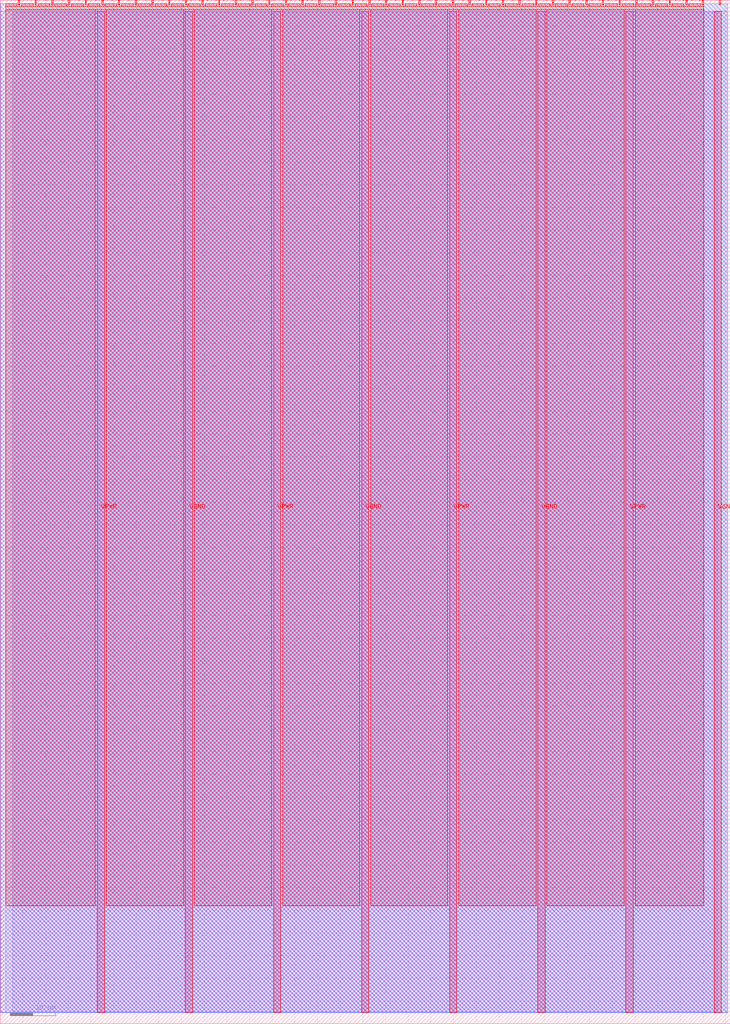
<source format=lef>
VERSION 5.7 ;
  NOWIREEXTENSIONATPIN ON ;
  DIVIDERCHAR "/" ;
  BUSBITCHARS "[]" ;
MACRO tt_um_spacecat_chan_john_pong_the_second
  CLASS BLOCK ;
  FOREIGN tt_um_spacecat_chan_john_pong_the_second ;
  ORIGIN 0.000 0.000 ;
  SIZE 161.000 BY 225.760 ;
  PIN VGND
    DIRECTION INOUT ;
    USE GROUND ;
    PORT
      LAYER met4 ;
        RECT 40.830 2.480 42.430 223.280 ;
    END
    PORT
      LAYER met4 ;
        RECT 79.700 2.480 81.300 223.280 ;
    END
    PORT
      LAYER met4 ;
        RECT 118.570 2.480 120.170 223.280 ;
    END
    PORT
      LAYER met4 ;
        RECT 157.440 2.480 159.040 223.280 ;
    END
  END VGND
  PIN VPWR
    DIRECTION INOUT ;
    USE POWER ;
    PORT
      LAYER met4 ;
        RECT 21.395 2.480 22.995 223.280 ;
    END
    PORT
      LAYER met4 ;
        RECT 60.265 2.480 61.865 223.280 ;
    END
    PORT
      LAYER met4 ;
        RECT 99.135 2.480 100.735 223.280 ;
    END
    PORT
      LAYER met4 ;
        RECT 138.005 2.480 139.605 223.280 ;
    END
  END VPWR
  PIN clk
    DIRECTION INPUT ;
    USE SIGNAL ;
    ANTENNAGATEAREA 0.852000 ;
    PORT
      LAYER met4 ;
        RECT 154.870 224.760 155.170 225.760 ;
    END
  END clk
  PIN ena
    DIRECTION INPUT ;
    USE SIGNAL ;
    PORT
      LAYER met4 ;
        RECT 158.550 224.760 158.850 225.760 ;
    END
  END ena
  PIN rst_n
    DIRECTION INPUT ;
    USE SIGNAL ;
    ANTENNAGATEAREA 0.196500 ;
    PORT
      LAYER met4 ;
        RECT 151.190 224.760 151.490 225.760 ;
    END
  END rst_n
  PIN ui_in[0]
    DIRECTION INPUT ;
    USE SIGNAL ;
    ANTENNAGATEAREA 0.213000 ;
    PORT
      LAYER met4 ;
        RECT 147.510 224.760 147.810 225.760 ;
    END
  END ui_in[0]
  PIN ui_in[1]
    DIRECTION INPUT ;
    USE SIGNAL ;
    ANTENNAGATEAREA 0.213000 ;
    PORT
      LAYER met4 ;
        RECT 143.830 224.760 144.130 225.760 ;
    END
  END ui_in[1]
  PIN ui_in[2]
    DIRECTION INPUT ;
    USE SIGNAL ;
    ANTENNAGATEAREA 0.159000 ;
    PORT
      LAYER met4 ;
        RECT 140.150 224.760 140.450 225.760 ;
    END
  END ui_in[2]
  PIN ui_in[3]
    DIRECTION INPUT ;
    USE SIGNAL ;
    ANTENNAGATEAREA 0.159000 ;
    PORT
      LAYER met4 ;
        RECT 136.470 224.760 136.770 225.760 ;
    END
  END ui_in[3]
  PIN ui_in[4]
    DIRECTION INPUT ;
    USE SIGNAL ;
    ANTENNAGATEAREA 0.213000 ;
    PORT
      LAYER met4 ;
        RECT 132.790 224.760 133.090 225.760 ;
    END
  END ui_in[4]
  PIN ui_in[5]
    DIRECTION INPUT ;
    USE SIGNAL ;
    PORT
      LAYER met4 ;
        RECT 129.110 224.760 129.410 225.760 ;
    END
  END ui_in[5]
  PIN ui_in[6]
    DIRECTION INPUT ;
    USE SIGNAL ;
    PORT
      LAYER met4 ;
        RECT 125.430 224.760 125.730 225.760 ;
    END
  END ui_in[6]
  PIN ui_in[7]
    DIRECTION INPUT ;
    USE SIGNAL ;
    PORT
      LAYER met4 ;
        RECT 121.750 224.760 122.050 225.760 ;
    END
  END ui_in[7]
  PIN uio_in[0]
    DIRECTION INPUT ;
    USE SIGNAL ;
    PORT
      LAYER met4 ;
        RECT 118.070 224.760 118.370 225.760 ;
    END
  END uio_in[0]
  PIN uio_in[1]
    DIRECTION INPUT ;
    USE SIGNAL ;
    PORT
      LAYER met4 ;
        RECT 114.390 224.760 114.690 225.760 ;
    END
  END uio_in[1]
  PIN uio_in[2]
    DIRECTION INPUT ;
    USE SIGNAL ;
    PORT
      LAYER met4 ;
        RECT 110.710 224.760 111.010 225.760 ;
    END
  END uio_in[2]
  PIN uio_in[3]
    DIRECTION INPUT ;
    USE SIGNAL ;
    PORT
      LAYER met4 ;
        RECT 107.030 224.760 107.330 225.760 ;
    END
  END uio_in[3]
  PIN uio_in[4]
    DIRECTION INPUT ;
    USE SIGNAL ;
    PORT
      LAYER met4 ;
        RECT 103.350 224.760 103.650 225.760 ;
    END
  END uio_in[4]
  PIN uio_in[5]
    DIRECTION INPUT ;
    USE SIGNAL ;
    PORT
      LAYER met4 ;
        RECT 99.670 224.760 99.970 225.760 ;
    END
  END uio_in[5]
  PIN uio_in[6]
    DIRECTION INPUT ;
    USE SIGNAL ;
    PORT
      LAYER met4 ;
        RECT 95.990 224.760 96.290 225.760 ;
    END
  END uio_in[6]
  PIN uio_in[7]
    DIRECTION INPUT ;
    USE SIGNAL ;
    PORT
      LAYER met4 ;
        RECT 92.310 224.760 92.610 225.760 ;
    END
  END uio_in[7]
  PIN uio_oe[0]
    DIRECTION OUTPUT TRISTATE ;
    USE SIGNAL ;
    PORT
      LAYER met4 ;
        RECT 29.750 224.760 30.050 225.760 ;
    END
  END uio_oe[0]
  PIN uio_oe[1]
    DIRECTION OUTPUT TRISTATE ;
    USE SIGNAL ;
    PORT
      LAYER met4 ;
        RECT 26.070 224.760 26.370 225.760 ;
    END
  END uio_oe[1]
  PIN uio_oe[2]
    DIRECTION OUTPUT TRISTATE ;
    USE SIGNAL ;
    PORT
      LAYER met4 ;
        RECT 22.390 224.760 22.690 225.760 ;
    END
  END uio_oe[2]
  PIN uio_oe[3]
    DIRECTION OUTPUT TRISTATE ;
    USE SIGNAL ;
    PORT
      LAYER met4 ;
        RECT 18.710 224.760 19.010 225.760 ;
    END
  END uio_oe[3]
  PIN uio_oe[4]
    DIRECTION OUTPUT TRISTATE ;
    USE SIGNAL ;
    PORT
      LAYER met4 ;
        RECT 15.030 224.760 15.330 225.760 ;
    END
  END uio_oe[4]
  PIN uio_oe[5]
    DIRECTION OUTPUT TRISTATE ;
    USE SIGNAL ;
    PORT
      LAYER met4 ;
        RECT 11.350 224.760 11.650 225.760 ;
    END
  END uio_oe[5]
  PIN uio_oe[6]
    DIRECTION OUTPUT TRISTATE ;
    USE SIGNAL ;
    PORT
      LAYER met4 ;
        RECT 7.670 224.760 7.970 225.760 ;
    END
  END uio_oe[6]
  PIN uio_oe[7]
    DIRECTION OUTPUT TRISTATE ;
    USE SIGNAL ;
    PORT
      LAYER met4 ;
        RECT 3.990 224.760 4.290 225.760 ;
    END
  END uio_oe[7]
  PIN uio_out[0]
    DIRECTION OUTPUT TRISTATE ;
    USE SIGNAL ;
    ANTENNADIFFAREA 0.891000 ;
    PORT
      LAYER met4 ;
        RECT 59.190 224.760 59.490 225.760 ;
    END
  END uio_out[0]
  PIN uio_out[1]
    DIRECTION OUTPUT TRISTATE ;
    USE SIGNAL ;
    ANTENNADIFFAREA 0.891000 ;
    PORT
      LAYER met4 ;
        RECT 55.510 224.760 55.810 225.760 ;
    END
  END uio_out[1]
  PIN uio_out[2]
    DIRECTION OUTPUT TRISTATE ;
    USE SIGNAL ;
    ANTENNADIFFAREA 0.891000 ;
    PORT
      LAYER met4 ;
        RECT 51.830 224.760 52.130 225.760 ;
    END
  END uio_out[2]
  PIN uio_out[3]
    DIRECTION OUTPUT TRISTATE ;
    USE SIGNAL ;
    PORT
      LAYER met4 ;
        RECT 48.150 224.760 48.450 225.760 ;
    END
  END uio_out[3]
  PIN uio_out[4]
    DIRECTION OUTPUT TRISTATE ;
    USE SIGNAL ;
    PORT
      LAYER met4 ;
        RECT 44.470 224.760 44.770 225.760 ;
    END
  END uio_out[4]
  PIN uio_out[5]
    DIRECTION OUTPUT TRISTATE ;
    USE SIGNAL ;
    PORT
      LAYER met4 ;
        RECT 40.790 224.760 41.090 225.760 ;
    END
  END uio_out[5]
  PIN uio_out[6]
    DIRECTION OUTPUT TRISTATE ;
    USE SIGNAL ;
    PORT
      LAYER met4 ;
        RECT 37.110 224.760 37.410 225.760 ;
    END
  END uio_out[6]
  PIN uio_out[7]
    DIRECTION OUTPUT TRISTATE ;
    USE SIGNAL ;
    PORT
      LAYER met4 ;
        RECT 33.430 224.760 33.730 225.760 ;
    END
  END uio_out[7]
  PIN uo_out[0]
    DIRECTION OUTPUT TRISTATE ;
    USE SIGNAL ;
    ANTENNADIFFAREA 0.453750 ;
    PORT
      LAYER met4 ;
        RECT 88.630 224.760 88.930 225.760 ;
    END
  END uo_out[0]
  PIN uo_out[1]
    DIRECTION OUTPUT TRISTATE ;
    USE SIGNAL ;
    ANTENNADIFFAREA 0.795200 ;
    PORT
      LAYER met4 ;
        RECT 84.950 224.760 85.250 225.760 ;
    END
  END uo_out[1]
  PIN uo_out[2]
    DIRECTION OUTPUT TRISTATE ;
    USE SIGNAL ;
    ANTENNADIFFAREA 0.891000 ;
    PORT
      LAYER met4 ;
        RECT 81.270 224.760 81.570 225.760 ;
    END
  END uo_out[2]
  PIN uo_out[3]
    DIRECTION OUTPUT TRISTATE ;
    USE SIGNAL ;
    ANTENNADIFFAREA 0.891000 ;
    PORT
      LAYER met4 ;
        RECT 77.590 224.760 77.890 225.760 ;
    END
  END uo_out[3]
  PIN uo_out[4]
    DIRECTION OUTPUT TRISTATE ;
    USE SIGNAL ;
    ANTENNADIFFAREA 0.453750 ;
    PORT
      LAYER met4 ;
        RECT 73.910 224.760 74.210 225.760 ;
    END
  END uo_out[4]
  PIN uo_out[5]
    DIRECTION OUTPUT TRISTATE ;
    USE SIGNAL ;
    ANTENNADIFFAREA 0.891000 ;
    PORT
      LAYER met4 ;
        RECT 70.230 224.760 70.530 225.760 ;
    END
  END uo_out[5]
  PIN uo_out[6]
    DIRECTION OUTPUT TRISTATE ;
    USE SIGNAL ;
    ANTENNADIFFAREA 0.795200 ;
    PORT
      LAYER met4 ;
        RECT 66.550 224.760 66.850 225.760 ;
    END
  END uo_out[6]
  PIN uo_out[7]
    DIRECTION OUTPUT TRISTATE ;
    USE SIGNAL ;
    ANTENNADIFFAREA 0.795200 ;
    PORT
      LAYER met4 ;
        RECT 62.870 224.760 63.170 225.760 ;
    END
  END uo_out[7]
  OBS
      LAYER li1 ;
        RECT 2.760 2.635 158.240 223.125 ;
      LAYER met1 ;
        RECT 0.070 2.480 160.470 223.280 ;
      LAYER met2 ;
        RECT 0.100 2.535 160.450 224.925 ;
      LAYER met3 ;
        RECT 1.190 2.555 160.475 224.905 ;
      LAYER met4 ;
        RECT 1.215 224.360 3.590 224.905 ;
        RECT 4.690 224.360 7.270 224.905 ;
        RECT 8.370 224.360 10.950 224.905 ;
        RECT 12.050 224.360 14.630 224.905 ;
        RECT 15.730 224.360 18.310 224.905 ;
        RECT 19.410 224.360 21.990 224.905 ;
        RECT 23.090 224.360 25.670 224.905 ;
        RECT 26.770 224.360 29.350 224.905 ;
        RECT 30.450 224.360 33.030 224.905 ;
        RECT 34.130 224.360 36.710 224.905 ;
        RECT 37.810 224.360 40.390 224.905 ;
        RECT 41.490 224.360 44.070 224.905 ;
        RECT 45.170 224.360 47.750 224.905 ;
        RECT 48.850 224.360 51.430 224.905 ;
        RECT 52.530 224.360 55.110 224.905 ;
        RECT 56.210 224.360 58.790 224.905 ;
        RECT 59.890 224.360 62.470 224.905 ;
        RECT 63.570 224.360 66.150 224.905 ;
        RECT 67.250 224.360 69.830 224.905 ;
        RECT 70.930 224.360 73.510 224.905 ;
        RECT 74.610 224.360 77.190 224.905 ;
        RECT 78.290 224.360 80.870 224.905 ;
        RECT 81.970 224.360 84.550 224.905 ;
        RECT 85.650 224.360 88.230 224.905 ;
        RECT 89.330 224.360 91.910 224.905 ;
        RECT 93.010 224.360 95.590 224.905 ;
        RECT 96.690 224.360 99.270 224.905 ;
        RECT 100.370 224.360 102.950 224.905 ;
        RECT 104.050 224.360 106.630 224.905 ;
        RECT 107.730 224.360 110.310 224.905 ;
        RECT 111.410 224.360 113.990 224.905 ;
        RECT 115.090 224.360 117.670 224.905 ;
        RECT 118.770 224.360 121.350 224.905 ;
        RECT 122.450 224.360 125.030 224.905 ;
        RECT 126.130 224.360 128.710 224.905 ;
        RECT 129.810 224.360 132.390 224.905 ;
        RECT 133.490 224.360 136.070 224.905 ;
        RECT 137.170 224.360 139.750 224.905 ;
        RECT 140.850 224.360 143.430 224.905 ;
        RECT 144.530 224.360 147.110 224.905 ;
        RECT 148.210 224.360 150.790 224.905 ;
        RECT 151.890 224.360 154.470 224.905 ;
        RECT 1.215 223.680 155.185 224.360 ;
        RECT 1.215 26.015 20.995 223.680 ;
        RECT 23.395 26.015 40.430 223.680 ;
        RECT 42.830 26.015 59.865 223.680 ;
        RECT 62.265 26.015 79.300 223.680 ;
        RECT 81.700 26.015 98.735 223.680 ;
        RECT 101.135 26.015 118.170 223.680 ;
        RECT 120.570 26.015 137.605 223.680 ;
        RECT 140.005 26.015 155.185 223.680 ;
  END
END tt_um_spacecat_chan_john_pong_the_second
END LIBRARY


</source>
